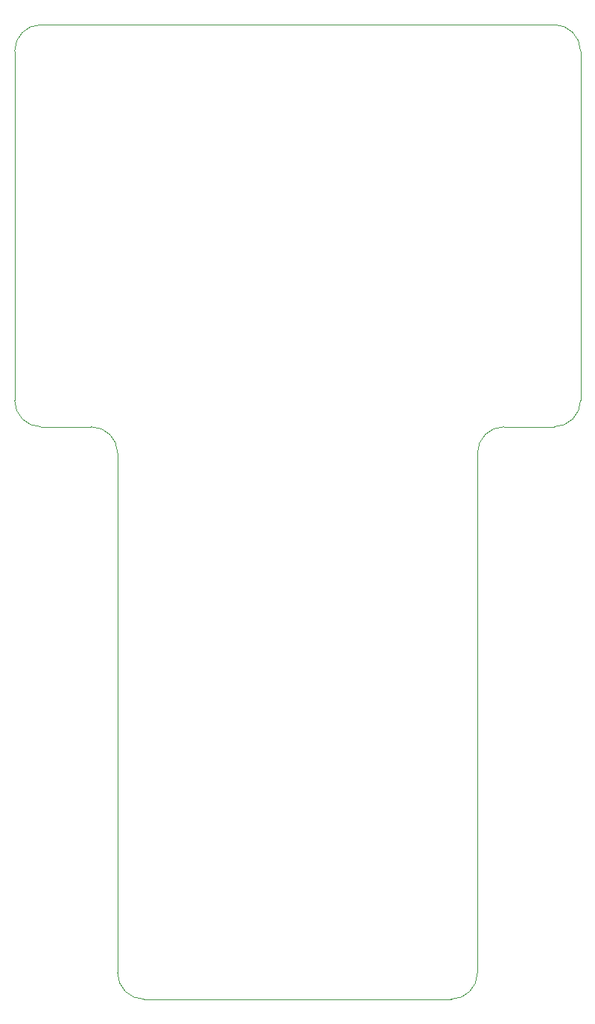
<source format=gbr>
%TF.GenerationSoftware,KiCad,Pcbnew,7.0.9*%
%TF.CreationDate,2024-02-17T15:45:49+01:00*%
%TF.ProjectId,kim-1-aux-card-usb,6b696d2d-312d-4617-9578-2d636172642d,rev?*%
%TF.SameCoordinates,Original*%
%TF.FileFunction,Profile,NP*%
%FSLAX46Y46*%
G04 Gerber Fmt 4.6, Leading zero omitted, Abs format (unit mm)*
G04 Created by KiCad (PCBNEW 7.0.9) date 2024-02-17 15:45:49*
%MOMM*%
%LPD*%
G01*
G04 APERTURE LIST*
%TA.AperFunction,Profile*%
%ADD10C,0.100000*%
%TD*%
G04 APERTURE END LIST*
D10*
X112780000Y-40090000D02*
G75*
G03*
X109780000Y-43090000I0J-3000000D01*
G01*
X121490000Y-88770000D02*
G75*
G03*
X118490000Y-85770000I-3000000J0D01*
G01*
X171120000Y-85770000D02*
G75*
G03*
X174120000Y-82770000I0J3000000D01*
G01*
X121490000Y-88770000D02*
X121490000Y-147800000D01*
X165410000Y-85770000D02*
G75*
G03*
X162410000Y-88770000I0J-3000000D01*
G01*
X162410000Y-88770000D02*
X162410000Y-147800000D01*
X171120000Y-40090000D02*
X112780000Y-40090000D01*
X174120000Y-43090000D02*
G75*
G03*
X171120000Y-40090000I-3000000J0D01*
G01*
X121490000Y-147800000D02*
G75*
G03*
X124490000Y-150800000I3000000J0D01*
G01*
X165410000Y-85770000D02*
X171120000Y-85770000D01*
X109780000Y-82770000D02*
G75*
G03*
X112780000Y-85770000I3000000J0D01*
G01*
X109780000Y-43090000D02*
X109780000Y-82770000D01*
X159410000Y-150800000D02*
G75*
G03*
X162410000Y-147800000I0J3000000D01*
G01*
X124490000Y-150800000D02*
X159410000Y-150800000D01*
X174120000Y-82770000D02*
X174120000Y-43090000D01*
X112780000Y-85770000D02*
X118490000Y-85770000D01*
M02*

</source>
